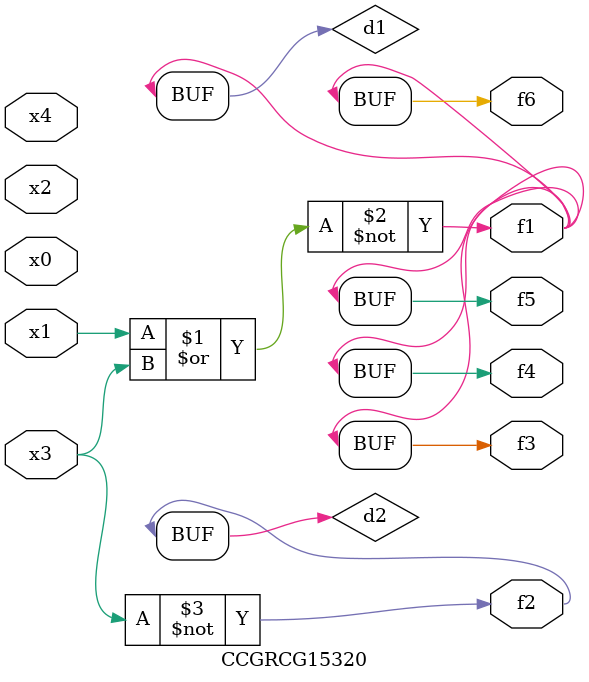
<source format=v>
module CCGRCG15320(
	input x0, x1, x2, x3, x4,
	output f1, f2, f3, f4, f5, f6
);

	wire d1, d2;

	nor (d1, x1, x3);
	not (d2, x3);
	assign f1 = d1;
	assign f2 = d2;
	assign f3 = d1;
	assign f4 = d1;
	assign f5 = d1;
	assign f6 = d1;
endmodule

</source>
